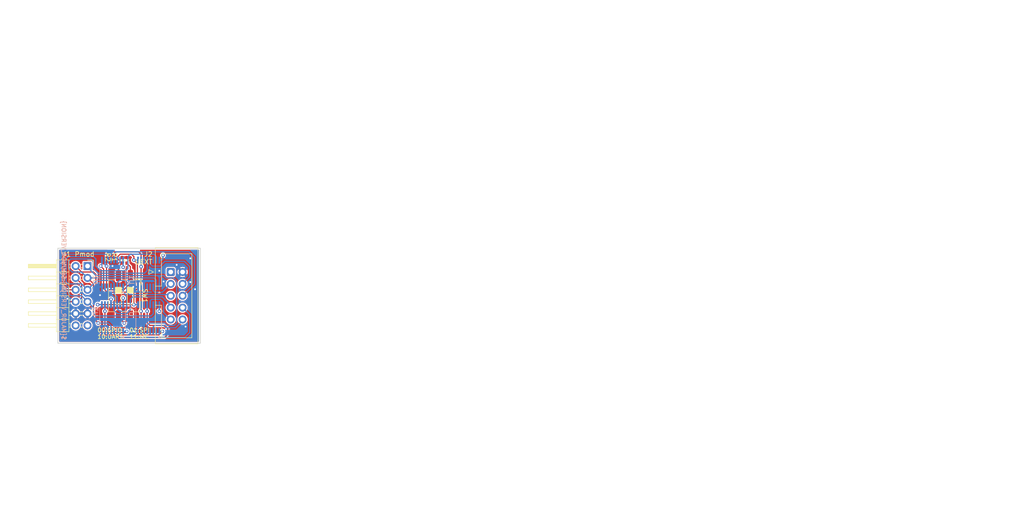
<source format=kicad_pcb>
(kicad_pcb (version 20241229) (generator "pcbnew") (generator_version "9.0")
  (title_block (title "Pmod^{TM} Compatible UEXT Adapter Board") (date "2025-03-30") (rev "${MAJOR_VERSION}.${MINOR_VERSION}") (company "© 2025 Junde Yhi <junde@yhi.moe>") (comment 1 "SPDX-License-Identifier: CERN-OHL-S-2.0") (comment 3 "https://community.aisler.net/t/4-layer-1-6mm-enig-design-rules/3733") (comment 4 "Board is set up according to Aisler 4-layer 1.6mm ENIG design rules:"))
  (layers (0 "F.Cu" signal) (4 "In1.Cu" power) (6 "In2.Cu" power) (2 "B.Cu" signal) (13 "F.Paste" user) (15 "B.Paste" user) (5 "F.SilkS" user "F.Silkscreen") (7 "B.SilkS" user "B.Silkscreen") (1 "F.Mask" user) (3 "B.Mask" user) (25 "Edge.Cuts" user))
  (property "MAJOR_VERSION" "1")
  (property "MINOR_VERSION" "0")
  (net 0 "")
  (net 1 "GND")
  (net 2 "PMOD_2")
  (net 3 "PMOD_3")
  (net 4 "VCC")
  (net 5 "PMOD_8")
  (net 6 "PMOD_10")
  (net 7 "PMOD_1")
  (net 8 "PMOD_7")
  (net 9 "PMOD_4")
  (net 10 "PMOD_9")
  (net 11 "UEXT_SSEL")
  (net 12 "UEXT_MOSI")
  (net 13 "UEXT_SCL")
  (net 14 "UEXT_SDA")
  (net 15 "UEXT_RXD")
  (net 16 "UEXT_TXD")
  (net 17 "UEXT_SCK")
  (net 18 "UEXT_MISO")
  (net 19 "TYPE_SEL_0")
  (net 20 "TYPE_SEL_1")
  (footprint "Connector_PinHeader_2.54mm:PinHeader_2x06_P2.54mm_Horizontal" (layer "F.Cu") (at 67.31 94.488)
    (property "Reference" "J1" (at -4.445 -2.54 0) (layer "F.SilkS") (effects (font (size 1.016 1.016) (thickness 0.1524))))
    (property "Value" "61301221021")
    (fp_line (start -12.64 -0.38) (end -12.64 0.38) (stroke (width 0.12)) (layer "F.SilkS"))
    (fp_line (start -12.64 0.38) (end -6.64 0.38) (stroke (width 0.12)) (layer "F.SilkS"))
    (fp_line (start -12.64 2.16) (end -12.64 2.92) (stroke (width 0.12)) (layer "F.SilkS"))
    (fp_line (start -12.64 2.92) (end -6.64 2.92) (stroke (width 0.12)) (layer "F.SilkS"))
    (fp_line (start -12.64 4.7) (end -12.64 5.46) (stroke (width 0.12)) (layer "F.SilkS"))
    (fp_line (start -12.64 5.46) (end -6.64 5.46) (stroke (width 0.12)) (layer "F.SilkS"))
    (fp_line (start -12.64 7.24) (end -12.64 8) (stroke (width 0.12)) (layer "F.SilkS"))
    (fp_line (start -12.64 8) (end -6.64 8) (stroke (width 0.12)) (layer "F.SilkS"))
    (fp_line (start -12.64 9.78) (end -12.64 10.54) (stroke (width 0.12)) (layer "F.SilkS"))
    (fp_line (start -12.64 10.54) (end -6.64 10.54) (stroke (width 0.12)) (layer "F.SilkS"))
    (fp_line (start -12.64 12.32) (end -12.64 13.08) (stroke (width 0.12)) (layer "F.SilkS"))
    (fp_line (start -12.64 13.08) (end -6.64 13.08) (stroke (width 0.12)) (layer "F.SilkS"))
    (fp_line (start -6.64 -1.33) (end -3.98 -1.33) (stroke (width 0.12)) (layer "F.SilkS"))
    (fp_line (start -6.64 -0.38) (end -12.64 -0.38) (stroke (width 0.12)) (layer "F.SilkS"))
    (fp_line (start -6.64 -0.32) (end -12.64 -0.32) (stroke (width 0.12)) (layer "F.SilkS"))
    (fp_line (start -6.64 -0.2) (end -12.64 -0.2) (stroke (width 0.12)) (layer "F.SilkS"))
    (fp_line (start -6.64 -0.08) (end -12.64 -0.08) (stroke (width 0.12)) (layer "F.SilkS"))
    (fp_line (start -6.64 0.04) (end -12.64 0.04) (stroke (width 0.12)) (layer "F.SilkS"))
    (fp_line (start -6.64 0.16) (end -12.64 0.16) (stroke (width 0.12)) (layer "F.SilkS"))
    (fp_line (start -6.64 0.28) (end -12.64 0.28) (stroke (width 0.12)) (layer "F.SilkS"))
    (fp_line (start -6.64 2.16) (end -12.64 2.16) (stroke (width 0.12)) (layer "F.SilkS"))
    (fp_line (start -6.64 4.7) (end -12.64 4.7) (stroke (width 0.12)) (layer "F.SilkS"))
    (fp_line (start -6.64 7.24) (end -12.64 7.24) (stroke (width 0.12)) (layer "F.SilkS"))
    (fp_line (start -6.64 9.78) (end -12.64 9.78) (stroke (width 0.12)) (layer "F.SilkS"))
    (fp_line (start -6.64 12.32) (end -12.64 12.32) (stroke (width 0.12)) (layer "F.SilkS"))
    (fp_line (start -6.64 14.03) (end -6.64 -1.33) (stroke (width 0.12)) (layer "F.SilkS"))
    (fp_line (start -3.98 -1.33) (end -3.98 14.03) (stroke (width 0.12)) (layer "F.SilkS"))
    (fp_line (start -3.98 1.27) (end -6.64 1.27) (stroke (width 0.12)) (layer "F.SilkS"))
    (fp_line (start -3.98 3.81) (end -6.64 3.81) (stroke (width 0.12)) (layer "F.SilkS"))
    (fp_line (start -3.98 6.35) (end -6.64 6.35) (stroke (width 0.12)) (layer "F.SilkS"))
    (fp_line (start -3.98 8.89) (end -6.64 8.89) (stroke (width 0.12)) (layer "F.SilkS"))
    (fp_line (start -3.98 11.43) (end -6.64 11.43) (stroke (width 0.12)) (layer "F.SilkS"))
    (fp_line (start -3.98 14.03) (end -6.64 14.03) (stroke (width 0.12)) (layer "F.SilkS"))
    (fp_line (start -3.582929 -0.38) (end -3.98 -0.38) (stroke (width 0.12)) (layer "F.SilkS"))
    (fp_line (start -3.582929 0.38) (end -3.98 0.38) (stroke (width 0.12)) (layer "F.SilkS"))
    (fp_line (start -3.582929 2.16) (end -3.98 2.16) (stroke (width 0.12)) (layer "F.SilkS"))
    (fp_line (start -3.582929 2.92) (end -3.98 2.92) (stroke (width 0.12)) (layer "F.SilkS"))
    (fp_line (start -3.582929 4.7) (end -3.98 4.7) (stroke (width 0.12)) (layer "F.SilkS"))
    (fp_line (start -3.582929 5.46) (end -3.98 5.46) (stroke (width 0.12)) (layer "F.SilkS"))
    (fp_line (start -3.582929 7.24) (end -3.98 7.24) (stroke (width 0.12)) (layer "F.SilkS"))
    (fp_line (start -3.582929 8) (end -3.98 8) (stroke (width 0.12)) (layer "F.SilkS"))
    (fp_line (start -3.582929 9.78) (end -3.98 9.78) (stroke (width 0.12)) (layer "F.SilkS"))
    (fp_line (start -3.582929 10.54) (end -3.98 10.54) (stroke (width 0.12)) (layer "F.SilkS"))
    (fp_line (start -3.582929 12.32) (end -3.98 12.32) (stroke (width 0.12)) (layer "F.SilkS"))
    (fp_line (start -3.582929 13.08) (end -3.98 13.08) (stroke (width 0.12)) (layer "F.SilkS"))
    (fp_line (start -1.11 -0.38) (end -1.497071 -0.38) (stroke (width 0.12)) (layer "F.SilkS"))
    (fp_line (start -1.11 0.38) (end -1.497071 0.38) (stroke (width 0.12)) (layer "F.SilkS"))
    (fp_line (start -1.042929 2.16) (end -1.497071 2.16) (stroke (width 0.12)) (layer "F.SilkS"))
    (fp_line (start -1.042929 2.92) (end -1.497071 2.92) (stroke (width 0.12)) (layer "F.SilkS"))
    (fp_line (start -1.042929 4.7) (end -1.497071 4.7) (stroke (width 0.12)) (layer "F.SilkS"))
    (fp_line (start -1.042929 5.46) (end -1.497071 5.46) (stroke (width 0.12)) (layer "F.SilkS"))
    (fp_line (start -1.042929 7.24) (end -1.497071 7.24) (stroke (width 0.12)) (layer "F.SilkS"))
    (fp_line (start -1.042929 8) (end -1.497071 8) (stroke (width 0.12)) (layer "F.SilkS"))
    (fp_line (start -1.042929 9.78) (end -1.497071 9.78) (stroke (width 0.12)) (layer "F.SilkS"))
    (fp_line (start -1.042929 10.54) (end -1.497071 10.54) (stroke (width 0.12)) (layer "F.SilkS"))
    (fp_line (start -1.042929 12.32) (end -1.497071 12.32) (stroke (width 0.12)) (layer "F.SilkS"))
    (fp_line (start -1.042929 13.08) (end -1.497071 13.08) (stroke (width 0.12)) (layer "F.SilkS"))
    (fp_line (start 1.27 -1.27) (end 0 -1.27) (stroke (width 0.12)) (layer "F.SilkS"))
    (fp_line (start 1.27 0) (end 1.27 -1.27) (stroke (width 0.12)) (layer "F.SilkS"))
    (pad "1" thru_hole rect (at 0 0) (size 1.7 1.7) (drill 1) (layers "*.Cu" "*.Mask") (net 7 "PMOD_1"))
    (pad "2" thru_hole oval (at 0 2.54) (size 1.7 1.7) (drill 1) (layers "*.Cu" "*.Mask") (net 2 "PMOD_2"))
    (pad "3" thru_hole oval (at 0 5.08) (size 1.7 1.7) (drill 1) (layers "*.Cu" "*.Mask") (net 3 "PMOD_3"))
    (pad "4" thru_hole oval (at 0 7.62) (size 1.7 1.7) (drill 1) (layers "*.Cu" "*.Mask") (net 9 "PMOD_4"))
    (pad "5" thru_hole oval (at 0 10.16) (size 1.7 1.7) (drill 1) (layers "*.Cu" "*.Mask") (net 1 "GND"))
    (pad "6" thru_hole oval (at 0 12.7) (size 1.7 1.7) (drill 1) (layers "*.Cu" "*.Mask") (net 4 "VCC"))
    (pad "7" thru_hole oval (at -2.54 0) (size 1.7 1.7) (drill 1) (layers "*.Cu" "*.Mask") (net 8 "PMOD_7"))
    (pad "8" thru_hole oval (at -2.54 2.54) (size 1.7 1.7) (drill 1) (layers "*.Cu" "*.Mask") (net 5 "PMOD_8"))
    (pad "9" thru_hole oval (at -2.54 5.08) (size 1.7 1.7) (drill 1) (layers "*.Cu" "*.Mask") (net 10 "PMOD_9"))
    (pad "10" thru_hole oval (at -2.54 7.62) (size 1.7 1.7) (drill 1) (layers "*.Cu" "*.Mask") (net 6 "PMOD_10"))
    (pad "11" thru_hole oval (at -2.54 10.16) (size 1.7 1.7) (drill 1) (layers "*.Cu" "*.Mask") (net 1 "GND"))
    (pad "12" thru_hole oval (at -2.54 12.7) (size 1.7 1.7) (drill 1) (layers "*.Cu" "*.Mask") (net 4 "VCC"))
  )
  (footprint "Resistor_SMD:R_0402_1005Metric_Pad0.72x0.64mm_HandSolder" (layer "F.Cu") (at 74.676 93.2555 90)
    (property "Reference" "R2" (at 0.6725 -3.048 270) (layer "F.SilkS") (effects (font (size 1.016 1.016) (thickness 0.1524))))
    (property "Value" "CRCW040210K0JNEDC")
    (fp_line (start -0.167621 -0.38) (end 0.167621 -0.38) (stroke (width 0.12)) (layer "F.SilkS"))
    (fp_line (start -0.167621 0.38) (end 0.167621 0.38) (stroke (width 0.12)) (layer "F.SilkS"))
    (pad "1" smd roundrect (at -0.5975 0 90) (size 0.715 0.64) (layers "F.Cu" "F.Mask" "F.Paste") (net 20 "TYPE_SEL_1"))
    (pad "2" smd roundrect (at 0.5975 0 90) (size 0.715 0.64) (layers "F.Cu" "F.Mask" "F.Paste") (net 1 "GND"))
  )
  (footprint "Button_Switch_SMD:SW_DIP_SPSTx02_Slide_6.7x6.64mm_W8.61mm_P2.54mm_LowProfile" (layer "F.Cu") (at 75.184 100.838 -90)
    (property "Reference" "SW1" (at 0 -4.38 270) (layer "F.SilkS"))
    (property "Value" "219-2MST")
    (fp_line (start -3.41 3.38) (end 3.41 3.38) (stroke (width 0.12)) (layer "F.SilkS"))
    (fp_line (start -3.41 2.07) (end -3.41 3.38) (stroke (width 0.12)) (layer "F.SilkS"))
    (fp_line (start 3.41 2.07) (end 3.41 3.38) (stroke (width 0.12)) (layer "F.SilkS"))
    (fp_line (start -0.603333 0.635) (end -0.603333 1.905) (stroke (width 0.12)) (layer "F.SilkS"))
    (fp_line (start -3.41 -0.47) (end -3.41 0.47) (stroke (width 0.12)) (layer "F.SilkS"))
    (fp_line (start 3.41 -0.47) (end 3.41 0.47) (stroke (width 0.12)) (layer "F.SilkS"))
    (fp_line (start -0.603333 -1.905) (end -0.603333 -0.635) (stroke (width 0.12)) (layer "F.SilkS"))
    (fp_line (start -3.41 -3.38) (end -3.41 -2.07) (stroke (width 0.12)) (layer "F.SilkS"))
    (fp_line (start -3.41 -3.38) (end 3.41 -3.38) (stroke (width 0.12)) (layer "F.SilkS"))
    (fp_line (start 3.41 -3.38) (end 3.41 -2.07) (stroke (width 0.12)) (layer "F.SilkS"))
    (fp_line (start -3.65 -3.62) (end -3.65 -2.237) (stroke (width 0.12)) (layer "F.SilkS"))
    (fp_line (start -3.65 -3.62) (end -2.267 -3.62) (stroke (width 0.12)) (layer "F.SilkS"))
    (fp_rect (start -1.81 0.635) (end -0.603333 1.905) (stroke (width 0.12)) (fill yes) (layer "F.SilkS"))
    (fp_rect (start -1.81 0.635) (end 1.81 1.905) (stroke (width 0.12)) (fill no) (layer "F.SilkS"))
    (fp_rect (start -1.81 -1.905) (end -0.603333 -0.635) (stroke (width 0.12)) (fill yes) (layer "F.SilkS"))
    (fp_rect (start -1.81 -1.905) (end 1.81 -0.635) (stroke (width 0.12)) (fill no) (layer "F.SilkS"))
    (pad "1" smd roundrect (at -4.305 -1.27 270) (size 2.44 1.12) (layers "F.Cu" "F.Mask" "F.Paste") (roundrect_rratio 0.223214) (net 19 "TYPE_SEL_0"))
    (pad "2" smd roundrect (at -4.305 1.27 270) (size 2.44 1.12) (layers "F.Cu" "F.Mask" "F.Paste") (roundrect_rratio 0.223214) (net 20 "TYPE_SEL_1"))
    (pad "3" smd roundrect (at 4.305 1.27 270) (size 2.44 1.12) (layers "F.Cu" "F.Mask" "F.Paste") (roundrect_rratio 0.223214) (net 4 "VCC"))
    (pad "4" smd roundrect (at 4.305 -1.27 270) (size 2.44 1.12) (layers "F.Cu" "F.Mask" "F.Paste") (roundrect_rratio 0.223214) (net 4 "VCC"))
  )
  (footprint "Connector_IDC:IDC-Header_2x05_P2.54mm_Vertical" (layer "F.Cu") (at 85.09 95.758)
    (property "Reference" "J2" (at -3.81 -3.81 0) (layer "F.SilkS") (effects (font (size 1.016 1.016) (thickness 0.1524)) (justify right)))
    (property "Value" "61201021621")
    (fp_line (start -4.68 -0.5) (end -4.68 0.5) (stroke (width 0.12)) (layer "F.SilkS"))
    (fp_line (start -4.68 0.5) (end -3.68 0) (stroke (width 0.12)) (layer "F.SilkS"))
    (fp_line (start -3.68 0) (end -4.68 -0.5) (stroke (width 0.12)) (layer "F.SilkS"))
    (fp_line (start -3.29 -5.21) (end 5.83 -5.21) (stroke (width 0.12)) (layer "F.SilkS"))
    (fp_line (start -3.29 3.03) (end -1.98 3.03) (stroke (width 0.12)) (layer "F.SilkS"))
    (fp_line (start -3.29 15.37) (end -3.29 -5.21) (stroke (width 0.12)) (layer "F.SilkS"))
    (fp_line (start -1.98 -3.91) (end 4.52 -3.91) (stroke (width 0.12)) (layer "F.SilkS"))
    (fp_line (start -1.98 3.03) (end -1.98 -3.91) (stroke (width 0.12)) (layer "F.SilkS"))
    (fp_line (start -1.98 7.13) (end -3.29 7.13) (stroke (width 0.12)) (layer "F.SilkS"))
    (fp_line (start -1.98 7.13) (end -1.98 7.13) (stroke (width 0.12)) (layer "F.SilkS"))
    (fp_line (start -1.98 14.07) (end -1.98 7.13) (stroke (width 0.12)) (layer "F.SilkS"))
    (fp_line (start 4.52 -3.91) (end 4.52 14.07) (stroke (width 0.12)) (layer "F.SilkS"))
    (fp_line (start 4.52 14.07) (end -1.98 14.07) (stroke (width 0.12)) (layer "F.SilkS"))
    (fp_line (start 5.83 -5.21) (end 5.83 15.37) (stroke (width 0.12)) (layer "F.SilkS"))
    (fp_line (start 5.83 15.37) (end -3.29 15.37) (stroke (width 0.12)) (layer "F.SilkS"))
    (pad "1" thru_hole roundrect (at 0 0) (size 1.7 1.7) (drill 1) (layers "*.Cu" "*.Mask") (roundrect_rratio 0.147059) (net 4 "VCC"))
    (pad "2" thru_hole circle (at 2.54 0) (size 1.7 1.7) (drill 1) (layers "*.Cu" "*.Mask") (net 1 "GND"))
    (pad "3" thru_hole circle (at 0 2.54) (size 1.7 1.7) (drill 1) (layers "*.Cu" "*.Mask") (net 16 "UEXT_TXD"))
    (pad "4" thru_hole circle (at 2.54 2.54) (size 1.7 1.7) (drill 1) (layers "*.Cu" "*.Mask") (net 15 "UEXT_RXD"))
    (pad "5" thru_hole circle (at 0 5.08) (size 1.7 1.7) (drill 1) (layers "*.Cu" "*.Mask") (net 13 "UEXT_SCL"))
    (pad "6" thru_hole circle (at 2.54 5.08) (size 1.7 1.7) (drill 1) (layers "*.Cu" "*.Mask") (net 14 "UEXT_SDA"))
    (pad "7" thru_hole circle (at 0 7.62) (size 1.7 1.7) (drill 1) (layers "*.Cu" "*.Mask") (net 18 "UEXT_MISO"))
    (pad "8" thru_hole circle (at 2.54 7.62) (size 1.7 1.7) (drill 1) (layers "*.Cu" "*.Mask") (net 12 "UEXT_MOSI"))
    (pad "9" thru_hole circle (at 0 10.16) (size 1.7 1.7) (drill 1) (layers "*.Cu" "*.Mask") (net 17 "UEXT_SCK"))
    (pad "10" thru_hole circle (at 2.54 10.16) (size 1.7 1.7) (drill 1) (layers "*.Cu" "*.Mask") (net 11 "UEXT_SSEL"))
  )
  (footprint "Resistor_SMD:R_0402_1005Metric_Pad0.72x0.64mm_HandSolder" (layer "F.Cu") (at 75.692 93.2555 90)
    (property "Reference" "R1" (at 0.6725 -2.667 270) (layer "F.SilkS") (effects (font (size 1.016 1.016) (thickness 0.1524))))
    (property "Value" "CRCW040210K0JNEDC")
    (fp_line (start -0.167621 -0.38) (end 0.167621 -0.38) (stroke (width 0.12)) (layer "F.SilkS"))
    (fp_line (start -0.167621 0.38) (end 0.167621 0.38) (stroke (width 0.12)) (layer "F.SilkS"))
    (pad "1" smd roundrect (at -0.5975 0 90) (size 0.715 0.64) (layers "F.Cu" "F.Mask" "F.Paste") (net 19 "TYPE_SEL_0"))
    (pad "2" smd roundrect (at 0.5975 0 90) (size 0.715 0.64) (layers "F.Cu" "F.Mask" "F.Paste") (net 1 "GND"))
  )
  (footprint "Package_SO:TSSOP-16_4.4x5mm_P0.65mm" (layer "B.Cu") (at 80.38 105.6055 90)
    (property "Reference" "U4" (at 1.3385 -3.672 270) (layer "B.SilkS") (effects (font (size 1.016 1.016) (thickness 0.1524)) (justify mirror)))
    (property "Value" "TMUX1309PWR")
    (fp_line (start 0 -2.735) (end 2.2 -2.735) (stroke (width 0.12)) (layer "B.SilkS"))
    (fp_line (start 0 -2.735) (end -2.2 -2.735) (stroke (width 0.12)) (layer "B.SilkS"))
    (fp_line (start 0 2.735) (end 2.2 2.735) (stroke (width 0.12)) (layer "B.SilkS"))
    (fp_line (start 0 2.735) (end -2.2 2.735) (stroke (width 0.12)) (layer "B.SilkS"))
    (fp_poly (pts (xy -3.86 2.275) (xy -4.19 2.515) (xy -4.19 2.035) (xy -3.86 2.275)) (stroke (width 0.12)) (fill yes) (layer "B.SilkS"))
    (pad "1" smd roundrect (at -2.8625 2.275 90) (size 1.475 0.4) (layers "B.Cu" "B.Mask" "B.Paste") (net 6 "PMOD_10"))
    (pad "2" smd roundrect (at -2.8625 1.625 90) (size 1.475 0.4) (layers "B.Cu" "B.Mask" "B.Paste"))
    (pad "3" smd roundrect (at -2.8625 0.975 90) (size 1.475 0.4) (layers "B.Cu" "B.Mask" "B.Paste") (net 11 "UEXT_SSEL"))
    (pad "4" smd roundrect (at -2.8625 0.325 90) (size 1.475 0.4) (layers "B.Cu" "B.Mask" "B.Paste"))
    (pad "5" smd roundrect (at -2.8625 -0.325 90) (size 1.475 0.4) (layers "B.Cu" "B.Mask" "B.Paste") (net 7 "PMOD_1"))
    (pad "6" smd roundrect (at -2.8625 -0.975 90) (size 1.475 0.4) (layers "B.Cu" "B.Mask" "B.Paste") (net 1 "GND"))
    (pad "7" smd roundrect (at -2.8625 -1.625 90) (size 1.475 0.4) (layers "B.Cu" "B.Mask" "B.Paste"))
    (pad "8" smd roundrect (at -2.8625 -2.275 90) (size 1.475 0.4) (layers "B.Cu" "B.Mask" "B.Paste") (net 1 "GND"))
    (pad "9" smd roundrect (at 2.8625 -2.275 90) (size 1.475 0.4) (layers "B.Cu" "B.Mask" "B.Paste") (net 20 "TYPE_SEL_1"))
    (pad "10" smd roundrect (at 2.8625 -1.625 90) (size 1.475 0.4) (layers "B.Cu" "B.Mask" "B.Paste") (net 19 "TYPE_SEL_0"))
    (pad "11" smd roundrect (at 2.8625 -0.975 90) (size 1.475 0.4) (layers "B.Cu" "B.Mask" "B.Paste"))
    (pad "12" smd roundrect (at 2.8625 -0.325 90) (size 1.475 0.4) (layers "B.Cu" "B.Mask" "B.Paste") (net 10 "PMOD_9"))
    (pad "13" smd roundrect (at 2.8625 0.325 90) (size 1.475 0.4) (layers "B.Cu" "B.Mask" "B.Paste") (net 17 "UEXT_SCK"))
    (pad "14" smd roundrect (at 2.8625 0.975 90) (size 1.475 0.4) (layers "B.Cu" "B.Mask" "B.Paste") (net 9 "PMOD_4"))
    (pad "15" smd roundrect (at 2.8625 1.625 90) (size 1.475 0.4) (layers "B.Cu" "B.Mask" "B.Paste"))
    (pad "16" smd roundrect (at 2.8625 2.275 90) (size 1.475 0.4) (layers "B.Cu" "B.Mask" "B.Paste") (net 4 "VCC"))
  )
  (footprint "Package_SO:TSSOP-16_4.4x5mm_P0.65mm" (layer "B.Cu") (at 72.655 105.6055 90)
    (property "Reference" "U3" (at 1.3385 -3.694 270) (layer "B.SilkS") (effects (font (size 1.016 1.016) (thickness 0.1524)) (justify mirror)))
    (property "Value" "TMUX1309PWR")
    (fp_line (start 0 -2.735) (end 2.2 -2.735) (stroke (width 0.12)) (layer "B.SilkS"))
    (fp_line (start 0 -2.735) (end -2.2 -2.735) (stroke (width 0.12)) (layer "B.SilkS"))
    (fp_line (start 0 2.735) (end 2.2 2.735) (stroke (width 0.12)) (layer "B.SilkS"))
    (fp_line (start 0 2.735) (end -2.2 2.735) (stroke (width 0.12)) (layer "B.SilkS"))
    (fp_poly (pts (xy -3.86 2.275) (xy -4.19 2.515) (xy -4.19 2.035) (xy -3.86 2.275)) (stroke (width 0.12)) (fill yes) (layer "B.SilkS"))
    (pad "1" smd roundrect (at -2.8625 2.275 90) (size 1.475 0.4) (layers "B.Cu" "B.Mask" "B.Paste") (net 5 "PMOD_8"))
    (pad "2" smd roundrect (at -2.8625 1.625 90) (size 1.475 0.4) (layers "B.Cu" "B.Mask" "B.Paste"))
    (pad "3" smd roundrect (at -2.8625 0.975 90) (size 1.475 0.4) (layers "B.Cu" "B.Mask" "B.Paste") (net 12 "UEXT_MOSI"))
    (pad "4" smd roundrect (at -2.8625 0.325 90) (size 1.475 0.4) (layers "B.Cu" "B.Mask" "B.Paste"))
    (pad "5" smd roundrect (at -2.8625 -0.325 90) (size 1.475 0.4) (layers "B.Cu" "B.Mask" "B.Paste") (net 2 "PMOD_2"))
    (pad "6" smd roundrect (at -2.8625 -0.975 90) (size 1.475 0.4) (layers "B.Cu" "B.Mask" "B.Paste") (net 1 "GND"))
    (pad "7" smd roundrect (at -2.8625 -1.625 90) (size 1.475 0.4) (layers "B.Cu" "B.Mask" "B.Paste"))
    (pad "8" smd roundrect (at -2.8625 -2.275 90) (size 1.475 0.4) (layers "B.Cu" "B.Mask" "B.Paste") (net 1 "GND"))
    (pad "9" smd roundrect (at 2.8625 -2.275 90) (size 1.475 0.4) (layers "B.Cu" "B.Mask" "B.Paste") (net 20 "TYPE_SEL_1"))
    (pad "10" smd roundrect (at 2.8625 -1.625 90) (size 1.475 0.4) (layers "B.Cu" "B.Mask" "B.Paste") (net 19 "TYPE_SEL_0"))
    (pad "11" smd roundrect (at 2.8625 -0.975 90) (size 1.475 0.4) (layers "B.Cu" "B.Mask" "B.Paste"))
    (pad "12" smd roundrect (at 2.8625 -0.325 90) (size 1.475 0.4) (layers "B.Cu" "B.Mask" "B.Paste") (net 8 "PMOD_7"))
    (pad "13" smd roundrect (at 2.8625 0.325 90) (size 1.475 0.4) (layers "B.Cu" "B.Mask" "B.Paste") (net 18 "UEXT_MISO"))
    (pad "14" smd roundrect (at 2.8625 0.975 90) (size 1.475 0.4) (layers "B.Cu" "B.Mask" "B.Paste") (net 3 "PMOD_3"))
    (pad "15" smd roundrect (at 2.8625 1.625 90) (size 1.475 0.4) (layers "B.Cu" "B.Mask" "B.Paste"))
    (pad "16" smd roundrect (at 2.8625 2.275 90) (size 1.475 0.4) (layers "B.Cu" "B.Mask" "B.Paste") (net 4 "VCC"))
  )
  (footprint "Package_SO:TSSOP-16_4.4x5mm_P0.65mm" (layer "B.Cu") (at 72.655 96.0705 90)
    (property "Reference" "U2" (at -1.3385 -3.694 270) (layer "B.SilkS") (effects (font (size 1.016 1.016) (thickness 0.1524)) (justify mirror)))
    (property "Value" "TMUX1309PWR")
    (fp_line (start 0 -2.735) (end 2.2 -2.735) (stroke (width 0.12)) (layer "B.SilkS"))
    (fp_line (start 0 -2.735) (end -2.2 -2.735) (stroke (width 0.12)) (layer "B.SilkS"))
    (fp_line (start 0 2.735) (end 2.2 2.735) (stroke (width 0.12)) (layer "B.SilkS"))
    (fp_line (start 0 2.735) (end -2.2 2.735) (stroke (width 0.12)) (layer "B.SilkS"))
    (fp_poly (pts (xy -3.86 2.275) (xy -4.19 2.515) (xy -4.19 2.035) (xy -3.86 2.275)) (stroke (width 0.12)) (fill yes) (layer "B.SilkS"))
    (pad "1" smd roundrect (at -2.8625 2.275 90) (size 1.475 0.4) (layers "B.Cu" "B.Mask" "B.Paste") (net 3 "PMOD_3"))
    (pad "2" smd roundrect (at -2.8625 1.625 90) (size 1.475 0.4) (layers "B.Cu" "B.Mask" "B.Paste"))
    (pad "3" smd roundrect (at -2.8625 0.975 90) (size 1.475 0.4) (layers "B.Cu" "B.Mask" "B.Paste") (net 13 "UEXT_SCL"))
    (pad "4" smd roundrect (at -2.8625 0.325 90) (size 1.475 0.4) (layers "B.Cu" "B.Mask" "B.Paste") (net 3 "PMOD_3"))
    (pad "5" smd roundrect (at -2.8625 -0.325 90) (size 1.475 0.4) (layers "B.Cu" "B.Mask" "B.Paste"))
    (pad "6" smd roundrect (at -2.8625 -0.975 90) (size 1.475 0.4) (layers "B.Cu" "B.Mask" "B.Paste") (net 1 "GND"))
    (pad "7" smd roundrect (at -2.8625 -1.625 90) (size 1.475 0.4) (layers "B.Cu" "B.Mask" "B.Paste"))
    (pad "8" smd roundrect (at -2.8625 -2.275 90) (size 1.475 0.4) (layers "B.Cu" "B.Mask" "B.Paste") (net 1 "GND"))
    (pad "9" smd roundrect (at 2.8625 -2.275 90) (size 1.475 0.4) (layers "B.Cu" "B.Mask" "B.Paste") (net 20 "TYPE_SEL_1"))
    (pad "10" smd roundrect (at 2.8625 -1.625 90) (size 1.475 0.4) (layers "B.Cu" "B.Mask" "B.Paste") (net 19 "TYPE_SEL_0"))
    (pad "11" smd roundrect (at 2.8625 -0.975 90) (size 1.475 0.4) (layers "B.Cu" "B.Mask" "B.Paste") (net 9 "PMOD_4"))
    (pad "12" smd roundrect (at 2.8625 -0.325 90) (size 1.475 0.4) (layers "B.Cu" "B.Mask" "B.Paste") (net 9 "PMOD_4"))
    (pad "13" smd roundrect (at 2.8625 0.325 90) (size 1.475 0.4) (layers "B.Cu" "B.Mask" "B.Paste") (net 14 "UEXT_SDA"))
    (pad "14" smd roundrect (at 2.8625 0.975 90) (size 1.475 0.4) (layers "B.Cu" "B.Mask" "B.Paste"))
    (pad "15" smd roundrect (at 2.8625 1.625 90) (size 1.475 0.4) (layers "B.Cu" "B.Mask" "B.Paste"))
    (pad "16" smd roundrect (at 2.8625 2.275 90) (size 1.475 0.4) (layers "B.Cu" "B.Mask" "B.Paste") (net 4 "VCC"))
  )
  (footprint "Package_SO:TSSOP-16_4.4x5mm_P0.65mm" (layer "B.Cu") (at 80.38 96.0705 90)
    (property "Reference" "U1" (at -1.3385 -3.672 270) (layer "B.SilkS") (effects (font (size 1.016 1.016) (thickness 0.1524)) (justify mirror)))
    (property "Value" "TMUX1309PWR")
    (fp_line (start 0 -2.735) (end 2.2 -2.735) (stroke (width 0.12)) (layer "B.SilkS"))
    (fp_line (start 0 -2.735) (end -2.2 -2.735) (stroke (width 0.12)) (layer "B.SilkS"))
    (fp_line (start 0 2.735) (end 2.2 2.735) (stroke (width 0.12)) (layer "B.SilkS"))
    (fp_line (start 0 2.735) (end -2.2 2.735) (stroke (width 0.12)) (layer "B.SilkS"))
    (fp_poly (pts (xy -3.86 2.275) (xy -4.19 2.515) (xy -4.19 2.035) (xy -3.86 2.275)) (stroke (width 0.12)) (fill yes) (layer "B.SilkS"))
    (pad "1" smd roundrect (at -2.8625 2.275 90) (size 1.475 0.4) (layers "B.Cu" "B.Mask" "B.Paste") (net 7 "PMOD_1"))
    (pad "2" smd roundrect (at -2.8625 1.625 90) (size 1.475 0.4) (layers "B.Cu" "B.Mask" "B.Paste") (net 2 "PMOD_2"))
    (pad "3" smd roundrect (at -2.8625 0.975 90) (size 1.475 0.4) (layers "B.Cu" "B.Mask" "B.Paste") (net 16 "UEXT_TXD"))
    (pad "4" smd roundrect (at -2.8625 0.325 90) (size 1.475 0.4) (layers "B.Cu" "B.Mask" "B.Paste"))
    (pad "5" smd roundrect (at -2.8625 -0.325 90) (size 1.475 0.4) (layers "B.Cu" "B.Mask" "B.Paste"))
    (pad "6" smd roundrect (at -2.8625 -0.975 90) (size 1.475 0.4) (layers "B.Cu" "B.Mask" "B.Paste") (net 1 "GND"))
    (pad "7" smd roundrect (at -2.8625 -1.625 90) (size 1.475 0.4) (layers "B.Cu" "B.Mask" "B.Paste"))
    (pad "8" smd roundrect (at -2.8625 -2.275 90) (size 1.475 0.4) (layers "B.Cu" "B.Mask" "B.Paste") (net 1 "GND"))
    (pad "9" smd roundrect (at 2.8625 -2.275 90) (size 1.475 0.4) (layers "B.Cu" "B.Mask" "B.Paste") (net 20 "TYPE_SEL_1"))
    (pad "10" smd roundrect (at 2.8625 -1.625 90) (size 1.475 0.4) (layers "B.Cu" "B.Mask" "B.Paste") (net 19 "TYPE_SEL_0"))
    (pad "11" smd roundrect (at 2.8625 -0.975 90) (size 1.475 0.4) (layers "B.Cu" "B.Mask" "B.Paste"))
    (pad "12" smd roundrect (at 2.8625 -0.325 90) (size 1.475 0.4) (layers "B.Cu" "B.Mask" "B.Paste") (net 2 "PMOD_2"))
    (pad "13" smd roundrect (at 2.8625 0.325 90) (size 1.475 0.4) (layers "B.Cu" "B.Mask" "B.Paste") (net 15 "UEXT_RXD"))
    (pad "14" smd roundrect (at 2.8625 0.975 90) (size 1.475 0.4) (layers "B.Cu" "B.Mask" "B.Paste"))
    (pad "15" smd roundrect (at 2.8625 1.625 90) (size 1.475 0.4) (layers "B.Cu" "B.Mask" "B.Paste") (net 3 "PMOD_3"))
    (pad "16" smd roundrect (at 2.8625 2.275 90) (size 1.475 0.4) (layers "B.Cu" "B.Mask" "B.Paste") (net 4 "VCC"))
  )
  (gr_poly (pts (xy 82.677 97.028) (xy 83.185 96.52) (xy 82.169 96.52)) (stroke (width 0.1524)) (fill yes) (layer "B.Cu") (net 7))
  (gr_rect (start 60.96 90.678) (end 91.44 110.998) (stroke (width 0.1524)) (fill no) (layer "Edge.Cuts"))
  (gr_text "00:GPIO" (at 69.342 108.204 0) (layer "F.SilkS") (effects (font (size 0.889 0.889) (thickness 0.1524)) (justify left)))
  (gr_text "01:SPI" (at 76.2 108.204 0) (layer "F.SilkS") (effects (font (size 0.889 0.889) (thickness 0.1524)) (justify left)))
  (gr_text "UEXT" (at 81.28 93.599 0) (layer "F.SilkS") (effects (font (size 1.016 1.016) (thickness 0.1524)) (justify right)))
  (gr_text "11:I^{2}C" (at 76.2 109.601 0) (layer "F.SilkS") (effects (font (size 0.889 0.889) (thickness 0.1524)) (justify left)))
  (gr_text "10:UART" (at 69.342 109.601 0) (layer "F.SilkS") (effects (font (size 0.889 0.889) (thickness 0.1524)) (justify left)))
  (gr_text "Pmod" (at 66.675 91.948 0) (layer "F.SilkS") (effects (font (size 1.016 1.016) (thickness 0.1524))))
  (gr_text "${REVISION}" (at 62.23 110.363 270) (layer "B.SilkS") (effects (font (size 0.889 0.889) (thickness 0.1524)) (justify left mirror)))
  (gr_text "yhi.moe/p-u" (at 62.23 91.313 270) (layer "B.SilkS") (effects (font (size 0.889 0.889) (thickness 0.1524)) (justify right mirror)))
  (via (at 88.265 107.442) (size 0.762) (drill 0.381) (layers "F.Cu" "B.Cu") (net 1))
  (via (at 90.297 99.441) (size 0.762) (drill 0.381) (layers "F.Cu" "B.Cu") (net 1))
  (via (at 89.281 97.917) (size 0.762) (drill 0.381) (layers "F.Cu" "B.Cu") (net 1))
  (via (at 89.281 92.837) (size 0.762) (drill 0.381) (layers "F.Cu" "B.Cu") (net 1))
  (via (at 62.992 101.473) (size 0.762) (drill 0.381) (layers "F.Cu" "B.Cu") (net 1))
  (via (at 69.977 100.711) (size 0.762) (drill 0.381) (layers "F.Cu" "B.Cu") (net 1))
  (via (at 72.644 94.488) (size 0.762) (drill 0.381) (layers "F.Cu" "B.Cu") (net 1))
  (via (at 77.216 108.458) (size 0.762) (drill 0.381) (layers "F.Cu" "B.Cu") (net 1))
  (via (at 77.089 98.933) (size 0.762) (drill 0.381) (layers "F.Cu" "B.Cu") (net 1))
  (via (at 82.655 95.504) (size 0.762) (drill 0.381) (layers "F.Cu" "B.Cu") (net 1))
  (via (at 83.566 97.79) (size 0.762) (drill 0.381) (layers "F.Cu" "B.Cu") (net 1))
  (via (at 86.36 94.234) (size 0.762) (drill 0.381) (layers "F.Cu" "B.Cu") (net 1))
  (segment (start 68.58 98.298) (end 67.31 97.028) (width 0.254) (layer "F.Cu") (net 2))
  (segment (start 69.596 106.68) (end 68.58 105.664) (width 0.254) (layer "F.Cu") (net 2))
  (segment (start 68.58 105.664) (end 68.58 98.298) (width 0.254) (layer "F.Cu") (net 2))
  (via (at 69.596 106.68) (size 0.762) (drill 0.381) (layers "F.Cu" "B.Cu") (net 2))
  (segment (start 81.534 97.028) (end 67.31 97.028) (width 0.254) (layer "B.Cu") (net 2))
  (segment (start 80.055 93.208) (end 80.055 95.459) (width 0.254) (layer "B.Cu") (net 2))
  (segment (start 72.33 108.468) (end 72.33 107.255) (width 0.254) (layer "B.Cu") (net 2))
  (segment (start 72.33 107.255) (end 71.755 106.68) (width 0.254) (layer "B.Cu") (net 2))
  (segment (start 63.246 93.472) (end 63.246 94.996) (width 0.254) (layer "B.Cu") (net 2))
  (segment (start 82.005 97.499) (end 81.534 97.028) (width 0.254) (layer "B.Cu") (net 2))
  (segment (start 80.055 95.459) (end 79.502 96.012) (width 0.254) (layer "B.Cu") (net 2))
  (segment (start 66.04 95.758) (end 64.008 95.758) (width 0.254) (layer "B.Cu") (net 2))
  (segment (start 68.58 94.996) (end 68.58 93.472) (width 0.254) (layer "B.Cu") (net 2))
  (segment (start 63.754 92.964) (end 63.246 93.472) (width 0.254) (layer "B.Cu") (net 2))
  (segment (start 79.502 96.012) (end 69.596 96.012) (width 0.254) (layer "B.Cu") (net 2))
  (segment (start 69.596 96.012) (end 68.58 94.996) (width 0.254) (layer "B.Cu") (net 2))
  (segment (start 68.58 93.472) (end 68.072 92.964) (width 0.254) (layer "B.Cu") (net 2))
  (segment (start 71.755 106.68) (end 69.596 106.68) (width 0.254) (layer "B.Cu") (net 2))
  (segment (start 68.072 92.964) (end 63.754 92.964) (width 0.254) (layer "B.Cu") (net 2))
  (segment (start 63.246 94.996) (end 64.008 95.758) (width 0.254) (layer "B.Cu") (net 2))
  (segment (start 67.31 97.028) (end 66.04 95.758) (width 0.254) (layer "B.Cu") (net 2))
  (segment (start 82.005 98.933) (end 82.005 97.499) (width 0.254) (layer "B.Cu") (net 2))
  (segment (start 75.184 104.14) (end 75.692 103.632) (width 0.254) (layer "B.Cu") (net 3))
  (segment (start 75.692 100.838) (end 75.692 103.632) (width 0.254) (layer "B.Cu") (net 3))
  (segment (start 72.98 98.126) (end 72.39 97.536) (width 0.254) (layer "B.Cu") (net 3))
  (segment (start 69.088 92.964) (end 68.58 92.456) (width 0.254) (layer "B.Cu") (net 3))
  (segment (start 74.168 104.14) (end 75.184 104.14) (width 0.254) (layer "B.Cu") (net 3))
  (segment (start 82.005 93.208) (end 82.005 92.419) (width 0.254) (layer "B.Cu") (net 3))
  (segment (start 73.63 102.743) (end 73.63 103.602) (width 0.254) (layer "B.Cu") (net 3))
  (segment (start 70.104 95.504) (end 69.088 94.488) (width 0.254) (layer "B.Cu") (net 3))
  (segment (start 73.63 102.743) (end 73.63 101.062) (width 0.254) (layer "B.Cu") (net 3))
  (segment (start 69.342 97.536) (end 67.31 99.568) (width 0.254) (layer "B.Cu") (net 3))
  (segment (start 72.98 98.933) (end 72.98 98.126) (width 0.254) (layer "B.Cu") (net 3))
  (segment (start 62.738 97.79) (end 63.246 98.298) (width 0.254) (layer "B.Cu") (net 3))
  (segment (start 72.98 100.412) (end 72.98 98.933) (width 0.254) (layer "B.Cu") (net 3))
  (segment (start 75.438 95.504) (end 70.104 95.504) (width 0.254) (layer "B.Cu") (net 3))
  (segment (start 81.534 91.948) (end 76.454 91.948) (width 0.254) (layer "B.Cu") (net 3))
  (segment (start 68.58 92.456) (end 63.246 92.456) (width 0.254) (layer "B.Cu") (net 3))
  (segment (start 74.93 100.076) (end 75.692 100.838) (width 0.254) (layer "B.Cu") (net 3))
  (segment (start 73.63 103.602) (end 74.168 104.14) (width 0.254) (layer "B.Cu") (net 3))
  (segment (start 63.246 92.456) (end 62.738 92.964) (width 0.254) (layer "B.Cu") (net 3))
  (segment (start 63.246 98.298) (end 66.04 98.298) (width 0.254) (layer "B.Cu") (net 3))
  (segment (start 75.946 94.996) (end 75.438 95.504) (width 0.254) (layer "B.Cu") (net 3))
  (segment (start 75.946 92.456) (end 75.946 94.996) (width 0.254) (layer "B.Cu") (net 3))
  (segment (start 82.005 92.419) (end 81.534 91.948) (width 0.254) (layer "B.Cu") (net 3))
  (segment (start 72.39 97.536) (end 69.342 97.536) (width 0.254) (layer "B.Cu") (net 3))
  (segment (start 66.04 98.298) (end 67.31 99.568) (width 0.254) (layer "B.Cu") (net 3))
  (segment (start 76.454 91.948) (end 75.946 92.456) (width 0.254) (layer "B.Cu") (net 3))
  (segment (start 74.93 98.933) (end 74.93 100.076) (width 0.254) (layer "B.Cu") (net 3))
  (segment (start 69.088 94.488) (end 69.088 92.964) (width 0.254) (layer "B.Cu") (net 3))
  (segment (start 73.63 101.062) (end 72.98 100.412) (width 0.254) (layer "B.Cu") (net 3))
  (segment (start 62.738 92.964) (end 62.738 97.79) (width 0.254) (layer "B.Cu") (net 3))
  (segment (start 73.914 105.143) (end 73.914 105.41) (width 0.254) (layer "F.Cu") (net 4))
  (segment (start 76.454 105.41) (end 75.184 106.68) (width 0.254) (layer "F.Cu") (net 4))
  (segment (start 73.914 105.41) (end 75.184 106.68) (width 0.254) (layer "F.Cu") (net 4))
  (segment (start 76.454 105.143) (end 76.454 105.41) (width 0.254) (layer "F.Cu") (net 4))
  (via (at 75.184 106.68) (size 0.762) (drill 0.381) (layers "F.Cu" "B.Cu") (net 4))
  (via (at 74.93 101.346) (size 0.762) (drill 0.381) (layers "F.Cu" "B.Cu") (net 4))
  (via (at 74.93 94.742) (size 0.762) (drill 0.381) (layers "F.Cu" "B.Cu") (net 4))
  (via (at 83.439 92.202) (size 0.762) (drill 0.381) (layers "F.Cu" "B.Cu") (net 4))
  (via (at 82.655 104.14) (size 0.762) (drill 0.381) (layers "F.Cu" "B.Cu") (net 4))
  (segment (start 83.195 93.208) (end 82.655 93.208) (width 0.254) (layer "B.Cu") (net 4))
  (segment (start 74.93 101.346) (end 74.93 102.743) (width 0.254) (layer "B.Cu") (net 4))
  (segment (start 83.439 92.202) (end 83.439 92.964) (width 0.254) (layer "B.Cu") (net 4))
  (segment (start 83.439 92.964) (end 83.195 93.208) (width 0.254) (layer "B.Cu") (net 4))
  (segment (start 74.93 93.208) (end 74.93 94.742) (width 0.254) (layer "B.Cu") (net 4))
  (segment (start 82.655 104.14) (end 82.655 102.743) (width 0.254) (layer "B.Cu") (net 4))
  (segment (start 75.448 108.712) (end 75.692 108.468) (width 0.254) (layer "F.Cu") (net 5))
  (segment (start 65.405 103.378) (end 64.008 103.378) (width 0.254) (layer "F.Cu") (net 5))
  (segment (start 63.754 108.712) (end 75.448 108.712) (width 0.254) (layer "F.Cu") (net 5))
  (segment (start 66.04 98.298) (end 66.04 102.743) (width 0.254) (layer "F.Cu") (net 5))
  (segment (start 66.04 102.743) (end 65.405 103.378) (width 0.254) (layer "F.Cu") (net 5))
  (segment (start 63.246 108.204) (end 63.754 108.712) (width 0.254) (layer "F.Cu") (net 5))
  (segment (start 64.008 103.378) (end 63.246 104.14) (width 0.254) (layer "F.Cu") (net 5))
  (segment (start 64.77 97.028) (end 66.04 98.298) (width 0.254) (layer "F.Cu") (net 5))
  (segment (start 63.246 104.14) (end 63.246 108.204) (width 0.254) (layer "F.Cu") (net 5))
  (via (at 75.692 108.468) (size 0.762) (drill 0.381) (layers "F.Cu" "B.Cu") (net 5))
  (segment (start 75.692 108.468) (end 74.93 108.468) (width 0.254) (layer "B.Cu") (net 5))
  (segment (start 62.738 102.743) (end 62.738 108.712) (width 0.254) (layer "F.Cu") (net 6))
  (segment (start 83.312 108.468) (end 83.302 108.468) (width 0.254) (layer "F.Cu") (net 6))
  (segment (start 63.373 102.108) (end 62.738 102.743) (width 0.254) (layer "F.Cu") (net 6))
  (segment (start 64.77 102.108) (end 63.373 102.108) (width 0.254) (layer "F.Cu") (net 6))
  (segment (start 63.246 109.22) (end 62.738 108.712) (width 0.254) (layer "F.Cu") (net 6))
  (segment (start 83.302 108.468) (end 82.55 109.22) (width 0.254) (layer "F.Cu") (net 6))
  (segment (start 82.55 109.22) (end 63.246 109.22) (width 0.254) (layer "F.Cu") (net 6))
  (via (at 83.312 108.468) (size 0.762) (drill 0.381) (layers "F.Cu" "B.Cu") (net 6))
  (segment (start 83.312 108.468) (end 82.655 108.468) (width 0.254) (layer "B.Cu") (net 6))
  (segment (start 80.055 108.468) (end 80.055 107.143) (width 0.254) (layer "B.Cu") (net 7))
  (segment (start 80.518 106.68) (end 83.82 106.68) (width 0.254) (layer "B.Cu") (net 7))
  (segment (start 83.82 106.68) (end 84.328 107.188) (width 0.254) (layer "B.Cu") (net 7))
  (segment (start 67.31 94.742) (end 67.31 94.488) (width 0.254) (layer "B.Cu") (net 7))
  (segment (start 69.088 96.52) (end 67.31 94.742) (width 0.254) (layer "B.Cu") (net 7))
  (segment (start 80.055 107.143) (end 80.518 106.68) (width 0.254) (layer "B.Cu") (net 7))
  (segment (start 86.36 97.663) (end 85.725 97.028) (width 0.254) (layer "B.Cu") (net 7))
  (segment (start 82.6493 98.9273) (end 82.6493 96.515781) (width 0.254) (layer "B.Cu") (net 7))
  (segment (start 84.328 107.188) (end 85.852 107.188) (width 0.254) (layer "B.Cu") (net 7))
  (segment (start 83.566 96.52) (end 69.088 96.52) (width 0.254) (layer "B.Cu") (net 7))
  (segment (start 84.074 97.028) (end 83.566 96.52) (width 0.254) (layer "B.Cu") (net 7))
  (segment (start 85.852 107.188) (end 86.36 106.68) (width 0.254) (layer "B.Cu") (net 7))
  (segment (start 86.36 106.68) (end 86.36 97.663) (width 0.254) (layer "B.Cu") (net 7))
  (segment (start 82.655 98.933) (end 82.6493 98.9273) (width 0.254) (layer "B.Cu") (net 7))
  (segment (start 85.725 97.028) (end 84.074 97.028) (width 0.254) (layer "B.Cu") (net 7))
  (segment (start 72.33 101.6) (end 69.596 101.6) (width 0.254) (layer "F.Cu") (net 8))
  (segment (start 69.088 96.266) (end 68.58 95.758) (width 0.254) (layer "F.Cu") (net 8))
  (segment (start 69.596 101.6) (end 69.088 101.092) (width 0.254) (layer "F.Cu") (net 8))
  (segment (start 69.088 101.092) (end 69.088 96.266) (width 0.254) (layer "F.Cu") (net 8))
  (segment (start 66.04 95.758) (end 64.77 94.488) (width 0.254) (layer "F.Cu") (net 8))
  (segment (start 68.58 95.758) (end 66.04 95.758) (width 0.254) (layer "F.Cu") (net 8))
  (via (at 72.33 101.6) (size 0.762) (drill 0.381) (layers "F.Cu" "B.Cu") (net 8))
  (segment (start 72.33 102.743) (end 72.33 101.6) (width 0.254) (layer "B.Cu") (net 8))
  (segment (start 71.68 92.381) (end 71.247 91.948) (width 0.254) (layer "B.Cu") (net 9))
  (segment (start 71.247 91.948) (end 62.738 91.948) (width 0.254) (layer "B.Cu") (net 9))
  (segment (start 66.04 100.838) (end 67.31 102.108) (width 0.254) (layer "B.Cu") (net 9))
  (segment (start 62.23 92.456) (end 62.23 98.044) (width 0.254) (layer "B.Cu") (net 9))
  (segment (start 81.355 102.743) (end 81.355 104.7) (width 0.254) (layer "B.Cu") (net 9))
  (segment (start 80.899 105.156) (end 69.088 105.156) (width 0.254) (layer "B.Cu") (net 9))
  (segment (start 62.23 98.044) (end 63.246 99.06) (width 0.254) (layer "B.Cu") (net 9))
  (segment (start 69.088 105.156) (end 68.58 104.648) (width 0.254) (layer "B.Cu") (net 9))
  (segment (start 63.246 99.06) (end 63.246 100.33) (width 0.254) (layer "B.Cu") (net 9))
  (segment (start 62.738 91.948) (end 62.23 92.456) (width 0.254) (layer "B.Cu") (net 9))
  (segment (start 71.68 93.208) (end 71.68 92.381) (width 0.254) (layer "B.Cu") (net 9))
  (segment (start 68.58 104.648) (end 68.58 103.378) (width 0.254) (layer "B.Cu") (net 9))
  (segment (start 68.58 103.378) (end 67.31 102.108) (width 0.254) (layer "B.Cu") (net 9))
  (segment (start 71.68 93.208) (end 72.33 93.208) (width 0.254) (layer "B.Cu") (net 9))
  (segment (start 81.355 104.7) (end 80.899 105.156) (width 0.254) (layer "B.Cu") (net 9))
  (segment (start 63.246 100.33) (end 63.754 100.838) (width 0.254) (layer "B.Cu") (net 9))
  (segment (start 63.754 100.838) (end 66.04 100.838) (width 0.254) (layer "B.Cu") (net 9))
  (segment (start 62.738 99.568) (end 62.23 100.076) (width 0.254) (layer "F.Cu") (net 10))
  (segment (start 83.82 107.188) (end 80.645 107.188) (width 0.254) (layer "F.Cu") (net 10))
  (segment (start 62.23 109.22) (end 62.738 109.728) (width 0.254) (layer "F.Cu") (net 10))
  (segment (start 64.77 99.568) (end 62.738 99.568) (width 0.254) (layer "F.Cu") (net 10))
  (segment (start 80.055 106.598) (end 80.055 104.14) (width 0.254) (layer "F.Cu") (net 10))
  (segment (start 80.645 107.188) (end 80.055 106.598) (width 0.254) (layer "F.Cu") (net 10))
  (segment (start 84.455 107.823) (end 83.82 107.188) (width 0.254) (layer "F.Cu") (net 10))
  (segment (start 62.738 109.728) (end 83.82 109.728) (width 0.254) (layer "F.Cu") (net 10))
  (segment (start 84.455 109.093) (end 84.455 107.823) (width 0.254) (layer "F.Cu") (net 10))
  (segment (start 62.23 100.076) (end 62.23 109.22) (width 0.254) (layer "F.Cu") (net 10))
  (segment (start 83.82 109.728) (end 84.455 109.093) (width 0.254) (layer "F.Cu") (net 10))
  (via (at 80.055 104.14) (size 0.762) (drill 0.381) (layers "F.Cu" "B.Cu") (net 10))
  (segment (start 80.055 102.743) (end 80.055 104.14) (width 0.254) (layer "B.Cu") (net 10))
  (segment (start 83.566 107.188) (end 84.074 107.696) (width 0.254) (layer "B.Cu") (net 11))
  (segment (start 81.355 108.468) (end 81.355 107.494) (width 0.254) (layer "B.Cu") (net 11))
  (segment (start 87.63 106.172) (end 87.63 105.918) (width 0.254) (layer "B.Cu") (net 11))
  (segment (start 81.661 107.188) (end 83.566 107.188) (width 0.254) (layer "B.Cu") (net 11))
  (segment (start 81.355 107.494) (end 81.661 107.188) (width 0.254) (layer "B.Cu") (net 11))
  (segment (start 86.106 107.696) (end 87.63 106.172) (width 0.254) (layer "B.Cu") (net 11))
  (segment (start 84.074 107.696) (end 86.106 107.696) (width 0.254) (layer "B.Cu") (net 11))
  (segment (start 87.63 103.378) (end 89.154 104.902) (width 0.254) (layer "B.Cu") (net 12))
  (segment (start 89.154 108.712) (end 88.138 109.728) (width 0.254) (layer "B.Cu") (net 12))
  (segment (start 73.63 109.205499) (end 73.63 108.468) (width 0.254) (layer "B.Cu") (net 12))
  (segment (start 74.152501 109.728) (end 73.63 109.205499) (width 0.254) (layer "B.Cu") (net 12))
  (segment (start 88.138 109.728) (end 74.152501 109.728) (width 0.254) (layer "B.Cu") (net 12))
  (segment (start 89.154 104.902) (end 89.154 108.712) (width 0.254) (layer "B.Cu") (net 12))
  (segment (start 76.2 100.584) (end 84.836 100.584) (width 0.254) (layer "B.Cu") (net 13))
  (segment (start 73.63 98.074) (end 74.168 97.536) (width 0.254) (layer "B.Cu") (net 13))
  (segment (start 75.184 97.536) (end 75.692 98.044) (width 0.254) (layer "B.Cu") (net 13))
  (segment (start 75.692 98.044) (end 75.692 100.076) (width 0.254) (layer "B.Cu") (net 13))
  (segment (start 75.692 100.076) (end 76.2 100.584) (width 0.254) (layer "B.Cu") (net 13))
  (segment (start 73.63 98.933) (end 73.63 98.074) (width 0.254) (layer "B.Cu") (net 13))
  (segment (start 74.168 97.536) (end 75.184 97.536) (width 0.254) (layer "B.Cu") (net 13))
  (segment (start 84.836 100.584) (end 85.09 100.838) (width 0.254) (layer "B.Cu") (net 13))
  (segment (start 73.406 91.44) (end 72.98 91.866) (width 0.254) (layer "B.Cu") (net 14))
  (segment (start 87.63 100.838) (end 90.17 98.298) (width 0.254) (layer "B.Cu") (net 14))
  (segment (start 89.027 91.44) (end 73.406 91.44) (width 0.254) (layer "B.Cu") (net 14))
  (segment (start 72.98 91.866) (end 72.98 93.208) (width 0.254) (layer "B.Cu") (net 14))
  (segment (start 90.17 98.298) (end 90.17 92.583) (width 0.254) (layer "B.Cu") (net 14))
  (segment (start 90.17 92.583) (end 89.027 91.44) (width 0.254) (layer "B.Cu") (net 14))
  (segment (start 81.153 94.488) (end 82.804 94.488) (width 0.254) (layer "B.Cu") (net 15))
  (segment (start 89.154 94.615) (end 89.154 96.774) (width 0.254) (layer "B.Cu") (net 15))
  (segment (start 89.154 96.774) (end 87.63 98.298) (width 0.254) (layer "B.Cu") (net 15))
  (segment (start 80.705 94.04) (end 81.153 94.488) (width 0.254) (layer "B.Cu") (net 15))
  (segment (start 88.011 93.472) (end 89.154 94.615) (width 0.254) (layer "B.Cu") (net 15))
  (segment (start 83.82 93.472) (end 88.011 93.472) (width 0.254) (layer "B.Cu") (net 15))
  (segment (start 80.705 93.208) (end 80.705 94.04) (width 0.254) (layer "B.Cu") (net 15))
  (segment (start 82.804 94.488) (end 83.82 93.472) (width 0.254) (layer "B.Cu") (net 15))
  (segment (start 81.661 100.076) (end 83.312 100.076) (width 0.254) (layer "B.Cu") (net 16))
  (segment (start 83.312 100.076) (end 85.09 98.298) (width 0.254) (layer "B.Cu") (net 16))
  (segment (start 81.355 98.933) (end 81.355 99.77) (width 0.254) (layer "B.Cu") (net 16))
  (segment (start 81.355 99.77) (end 81.661 100.076) (width 0.254) (layer "B.Cu") (net 16))
  (segment (start 81.026 101.6) (end 82.931 101.6) (width 0.254) (layer "B.Cu") (net 17))
  (segment (start 83.566 104.394) (end 85.09 105.918) (width 0.254) (layer "B.Cu") (net 17))
  (segment (start 80.705 102.743) (end 80.705 101.921) (width 0.254) (layer "B.Cu") (net 17))
  (segment (start 82.931 101.6) (end 83.566 102.235) (width 0.254) (layer "B.Cu") (net 17))
  (segment (start 80.705 101.921) (end 81.026 101.6) (width 0.254) (layer "B.Cu") (net 17))
  (segment (start 83.566 102.235) (end 83.566 104.394) (width 0.254) (layer "B.Cu") (net 17))
  (segment (start 85.09 102.87) (end 83.312 101.092) (width 0.254) (layer "B.Cu") (net 18))
  (segment (start 72.98 102.743) (end 72.98 103.968) (width 0.254) (layer "B.Cu") (net 18))
  (segment (start 72.98 103.968) (end 73.66 104.648) (width 0.254) (layer "B.Cu") (net 18))
  (segment (start 73.66 104.648) (end 75.692 104.648) (width 0.254) (layer "B.Cu") (net 18))
  (segment (start 75.692 104.648) (end 76.454 103.886) (width 0.254) (layer "B.Cu") (net 18))
  (segment (start 76.962 101.092) (end 83.312 101.092) (width 0.254) (layer "B.Cu") (net 18))
  (segment (start 76.454 103.886) (end 76.454 101.6) (width 0.254) (layer "B.Cu") (net 18))
  (segment (start 85.09 103.378) (end 85.09 102.87) (width 0.254) (layer "B.Cu") (net 18))
  (segment (start 76.454 101.6) (end 76.962 101.092) (width 0.254) (layer "B.Cu") (net 18))
  (segment (start 78.755 94.615) (end 78.755 98.298) (width 0.254) (layer "F.Cu") (net 19))
  (segment (start 71.882 91.44) (end 71.374 91.948) (width 0.254) (layer "F.Cu") (net 19))
  (segment (start 71.374 91.948) (end 71.374 94.488) (width 0.254) (layer "F.Cu") (net 19))
  (segment (start 71.03 104.14) (end 71.03 107.098) (width 0.254) (layer "F.Cu") (net 19))
  (segment (start 71.882 99.568) (end 71.374 99.06) (width 0.254) (layer "F.Cu") (net 19))
  (segment (start 78.755 98.298) (end 78.755 104.14) (width 0.254) (layer "F.Cu") (net 19))
  (segment (start 71.374 99.06) (end 71.374 94.488) (width 0.254) (layer "F.Cu") (net 19))
  (segment (start 78.232 107.696) (end 71.628 107.696) (width 0.254) (layer "F.Cu") (net 19))
  (segment (start 78.755 104.14) (end 78.755 107.173) (width 0.254) (layer "F.Cu") (net 19))
  (segment (start 76.454 94.615) (end 75.692 93.853) (width 0.254) (layer "F.Cu") (net 19))
  (segment (start 78.755 91.963) (end 78.232 91.44) (width 0.254) (layer "F.Cu") (net 19))
  (segment (start 78.232 91.44) (end 71.882 91.44) (width 0.254) (layer "F.Cu") (net 19))
  (segment (start 76.454 96.533) (end 76.454 98.171) (width 0.254) (layer "F.Cu") (net 19))
  (segment (start 76.454 96.533) (end 76.454 94.615) (width 0.254) (layer "F.Cu") (net 19))
  (segment (start 78.755 94.615) (end 78.755 91.963) (width 0.254) (layer "F.Cu") (net 19))
  (segment (start 75.057 99.568) (end 71.882 99.568) (width 0.254) (layer "F.Cu") (net 19))
  (segment (start 76.454 98.171) (end 75.057 99.568) (width 0.254) (layer "F.Cu") (net 19))
  (segment (start 78.755 107.173) (end 78.232 107.696) (width 0.254) (layer "F.Cu") (net 19))
  (segment (start 71.03 107.098) (end 71.628 107.696) (width 0.254) (layer "F.Cu") (net 19))
  (via (at 78.755 94.615) (size 0.762) (drill 0.381) (layers "F.Cu" "B.Cu") (net 19))
  (via (at 71.374 94.488) (size 0.762) (drill 0.381) (layers "F.Cu" "B.Cu") (net 19))
  (via (at 78.755 104.14) (size 0.762) (drill 0.381) (layers "F.Cu" "B.Cu") (net 19))
  (via (at 71.03 104.14) (size 0.762) (drill 0.381) (layers "F.Cu" "B.Cu") (net 19))
  (segment (start 71.03 94.144) (end 71.374 94.488) (width 0.254) (layer "B.Cu") (net 19))
  (segment (start 71.03 93.208) (end 71.03 94.144) (width 0.254) (layer "B.Cu") (net 19))
  (segment (start 78.755 93.208) (end 78.755 94.615) (width 0.254) (layer "B.Cu") (net 19))
  (segment (start 78.755 104.14) (end 78.755 102.743) (width 0.254) (layer "B.Cu") (net 19))
  (segment (start 71.03 102.743) (end 71.03 104.14) (width 0.254) (layer "B.Cu") (net 19))
  (segment (start 69.469 102.743) (end 77.216 102.743) (width 0.254) (layer "F.Cu") (net 20))
  (segment (start 73.914 96.533) (end 73.914 94.615) (width 0.254) (layer "F.Cu") (net 20))
  (segment (start 77.978 93.98) (end 77.978 99.314) (width 0.254) (layer "F.Cu") (net 20))
  (segment (start 74.676 93.853) (end 73.787 92.964) (width 0.254) (layer "F.Cu") (net 20))
  (segment (start 70.739 95.123) (end 70.739 99.314) (width 0.254) (layer "F.Cu") (net 20))
  (segment (start 73.914 94.615) (end 74.676 93.853) (width 0.254) (layer "F.Cu") (net 20))
  (segment (start 77.216 92.456) (end 76.708 91.948) (width 0.254) (layer "F.Cu") (net 20))
  (segment (start 70.739 99.314) (end 71.501 100.076) (width 0.254) (layer "F.Cu") (net 20))
  (segment (start 77.978 93.98) (end 77.216 93.218) (width 0.254) (layer "F.Cu") (net 20))
  (segment (start 77.978 99.314) (end 77.216 100.076) (width 0.254) (layer "F.Cu") (net 20))
  (segment (start 73.787 92.964) (end 73.787 92.456) (width 0.254) (layer "F.Cu") (net 20))
  (segment (start 77.216 93.218) (end 77.216 93.208) (width 0.254) (layer "F.Cu") (net 20))
  (segment (start 77.216 102.743) (end 77.216 100.076) (width 0.254) (layer "F.Cu") (net 20))
  (segment (start 73.787 92.456) (end 74.295 91.948) (width 0.254) (layer "F.Cu") (net 20))
  (segment (start 77.216 102.743) (end 77.343 102.743) (width 0.254) (layer "F.Cu") (net 20))
  (segment (start 70.104 94.488) (end 70.739 95.123) (width 0.254) (layer "F.Cu") (net 20))
  (segment (start 74.295 91.948) (end 76.708 91.948) (width 0.254) (layer "F.Cu") (net 20))
  (segment (start 77.216 93.208) (end 77.216 92.456) (width 0.254) (layer "F.Cu") (net 20))
  (segment (start 71.501 100.076) (end 77.216 100.076) (width 0.254) (layer "F.Cu") (net 20))
  (via (at 77.216 93.208) (size 0.762) (drill 0.381) (layers "F.Cu" "B.Cu") (net 20))
  (via (at 70.104 94.488) (size 0.762) (drill 0.381) (layers "F.Cu" "B.Cu") (net 20))
  (via (at 69.469 102.743) (size 0.762) (drill 0.381) (layers "F.Cu" "B.Cu") (net 20))
  (via (at 77.216 102.743) (size 0.762) (drill 0.381) (layers "F.Cu" "B.Cu") (net 20))
  (segment (start 70.38 93.208) (end 70.38 94.212) (width 0.254) (layer "B.Cu") (net 20))
  (segment (start 70.38 94.212) (end 70.104 94.488) (width 0.254) (layer "B.Cu") (net 20))
  (segment (start 70.38 102.743) (end 69.469 102.743) (width 0.254) (layer "B.Cu") (net 20))
  (segment (start 77.216 102.743) (end 78.105 102.743) (width 0.254) (layer "B.Cu") (net 20))
  (segment (start 78.105 93.208) (end 77.216 93.208) (width 0.254) (layer "B.Cu") (net 20))
  (zone (net 1) (net_name "GND") (layer "F.Cu") (priority 3) (connect_pads (clearance 0.254)) (min_thickness 0.254) (fill yes (thermal_gap 0.254) (thermal_bridge_width 0.508))
    (polygon (pts (xy 60.96 90.678) (xy 60.96 110.998) (xy 91.44 110.998) (xy 91.44 90.678)))
  )
  (zone (net 1) (net_name "GND") (layer "B.Cu") (connect_pads (clearance 0.254)) (min_thickness 0.254) (fill yes (thermal_gap 0.254) (thermal_bridge_width 0.508))
    (polygon (pts (xy 91.44 90.678) (xy 91.44 110.998) (xy 60.96 110.998) (xy 60.96 90.678)))
  )
)
</source>
